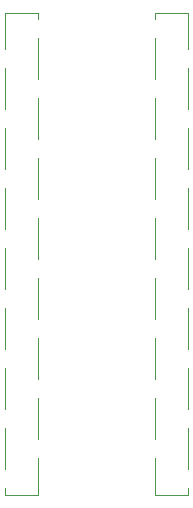
<source format=gbo>
G04 #@! TF.GenerationSoftware,KiCad,Pcbnew,9.0.6*
G04 #@! TF.CreationDate,2026-01-08T16:00:18-06:00*
G04 #@! TF.ProjectId,QFN-28_6x6_P0.65,51464e2d-3238-45f3-9678-365f50302e36,rev?*
G04 #@! TF.SameCoordinates,Original*
G04 #@! TF.FileFunction,Legend,Bot*
G04 #@! TF.FilePolarity,Positive*
%FSLAX46Y46*%
G04 Gerber Fmt 4.6, Leading zero omitted, Abs format (unit mm)*
G04 Created by KiCad (PCBNEW 9.0.6) date 2026-01-08 16:00:18*
%MOMM*%
%LPD*%
G01*
G04 APERTURE LIST*
%ADD10C,0.120000*%
%ADD11R,2.510000X1.000000*%
%ADD12C,1.700000*%
%ADD13R,1.700000X1.700000*%
G04 APERTURE END LIST*
D10*
X124316000Y-90568000D02*
X124316000Y-93678000D01*
X124316000Y-90568000D02*
X121556000Y-90568000D01*
X124316000Y-91138000D02*
X124316000Y-93678000D01*
X124316000Y-95298000D02*
X124316000Y-98758000D01*
X124316000Y-100378000D02*
X124316000Y-103838000D01*
X124316000Y-105458000D02*
X124316000Y-108918000D01*
X124316000Y-110538000D02*
X124316000Y-113998000D01*
X124316000Y-115618000D02*
X124316000Y-119078000D01*
X124316000Y-120698000D02*
X124316000Y-124158000D01*
X124316000Y-125778000D02*
X124316000Y-129238000D01*
X124316000Y-130858000D02*
X124316000Y-131428000D01*
X124316000Y-131428000D02*
X121556000Y-131428000D01*
X121556000Y-90568000D02*
X121556000Y-91138000D01*
X121556000Y-92758000D02*
X121556000Y-96218000D01*
X121556000Y-97838000D02*
X121556000Y-101298000D01*
X121556000Y-102918000D02*
X121556000Y-106378000D01*
X121556000Y-107998000D02*
X121556000Y-111458000D01*
X121556000Y-113078000D02*
X121556000Y-116538000D01*
X121556000Y-118158000D02*
X121556000Y-121618000D01*
X121556000Y-123238000D02*
X121556000Y-126698000D01*
X121556000Y-128318000D02*
X121556000Y-131428000D01*
X111616000Y-90568000D02*
X111616000Y-91138000D01*
X111616000Y-90568000D02*
X108856000Y-90568000D01*
X111616000Y-92758000D02*
X111616000Y-96218000D01*
X111616000Y-97838000D02*
X111616000Y-101298000D01*
X111616000Y-102918000D02*
X111616000Y-106378000D01*
X111616000Y-107998000D02*
X111616000Y-111458000D01*
X111616000Y-113078000D02*
X111616000Y-116538000D01*
X111616000Y-118158000D02*
X111616000Y-121618000D01*
X111616000Y-123238000D02*
X111616000Y-126698000D01*
X111616000Y-128318000D02*
X111616000Y-131428000D01*
X111616000Y-131428000D02*
X108856000Y-131428000D01*
X108856000Y-90568000D02*
X108856000Y-93678000D01*
X108856000Y-95298000D02*
X108856000Y-98758000D01*
X108856000Y-100378000D02*
X108856000Y-103838000D01*
X108856000Y-105458000D02*
X108856000Y-108918000D01*
X108856000Y-110538000D02*
X108856000Y-113998000D01*
X108856000Y-115618000D02*
X108856000Y-119078000D01*
X108856000Y-120698000D02*
X108856000Y-124158000D01*
X108856000Y-125778000D02*
X108856000Y-129238000D01*
X108856000Y-130858000D02*
X108856000Y-131428000D01*
%LPC*%
D11*
X121281000Y-91948000D03*
X124591000Y-94488000D03*
X121281000Y-97028000D03*
X124591000Y-99568000D03*
X121281000Y-102108000D03*
X124591000Y-104648000D03*
X121281000Y-107188000D03*
X124591000Y-109728000D03*
X121281000Y-112268000D03*
X124591000Y-114808000D03*
X121281000Y-117348000D03*
X124591000Y-119888000D03*
X121281000Y-122428000D03*
X124591000Y-124968000D03*
X121281000Y-127508000D03*
X124591000Y-130048000D03*
X111891000Y-91948000D03*
X108581000Y-94488000D03*
X111891000Y-97028000D03*
X108581000Y-99568000D03*
X111891000Y-102108000D03*
X108581000Y-104648000D03*
X111891000Y-107188000D03*
X108581000Y-109728000D03*
X111891000Y-112268000D03*
X108581000Y-114808000D03*
X111891000Y-117348000D03*
X108581000Y-119888000D03*
X111891000Y-122428000D03*
X108581000Y-124968000D03*
X111891000Y-127508000D03*
X108581000Y-130048000D03*
D12*
X128016000Y-91948000D03*
X128016000Y-94488000D03*
X128016000Y-97028000D03*
X128016000Y-99568000D03*
X128016000Y-102108000D03*
X128016000Y-104648000D03*
X128016000Y-107188000D03*
X128016000Y-109728000D03*
X128016000Y-112268000D03*
X128016000Y-114808000D03*
X128016000Y-117348000D03*
X128016000Y-119888000D03*
X128016000Y-122428000D03*
X128016000Y-124968000D03*
X128016000Y-127508000D03*
X128016000Y-130048000D03*
D13*
X105156000Y-91948000D03*
D12*
X105156000Y-94488000D03*
X105156000Y-97028000D03*
X105156000Y-99568000D03*
X105156000Y-102108000D03*
X105156000Y-104648000D03*
X105156000Y-107188000D03*
X105156000Y-109728000D03*
X105156000Y-112268000D03*
X105156000Y-114808000D03*
X105156000Y-117348000D03*
X105156000Y-119888000D03*
X105156000Y-122428000D03*
X105156000Y-124968000D03*
X105156000Y-127508000D03*
X105156000Y-130048000D03*
%LPD*%
M02*

</source>
